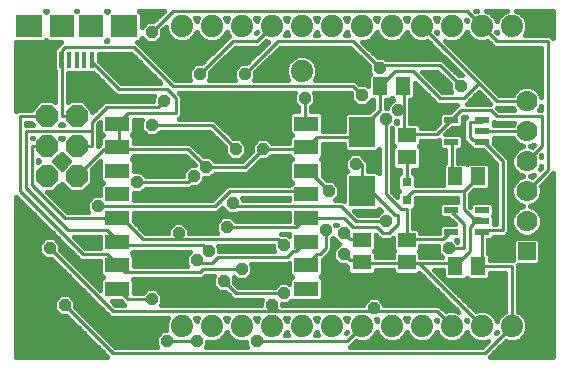
<source format=gbl>
G75*
G70*
%OFA0B0*%
%FSLAX24Y24*%
%IPPOS*%
%LPD*%
%AMOC8*
5,1,8,0,0,1.08239X$1,22.5*
%
%ADD10R,0.0472X0.0217*%
%ADD11R,0.0512X0.0591*%
%ADD12R,0.0866X0.1024*%
%ADD13R,0.0630X0.0512*%
%ADD14R,0.0315X0.0315*%
%ADD15R,0.0591X0.0512*%
%ADD16R,0.0157X0.0551*%
%ADD17R,0.0787X0.0748*%
%ADD18R,0.0866X0.0748*%
%ADD19R,0.0787X0.0512*%
%ADD20OC8,0.0740*%
%ADD21C,0.0740*%
%ADD22R,0.0594X0.0594*%
%ADD23C,0.0700*%
%ADD24C,0.0100*%
%ADD25OC8,0.0400*%
%ADD26C,0.0160*%
D10*
X015168Y004806D03*
X015168Y005554D03*
X016192Y005554D03*
X016192Y005180D03*
X016192Y004806D03*
X016192Y007806D03*
X016192Y008180D03*
X016192Y008554D03*
X015168Y008554D03*
X015168Y007806D03*
D11*
X015306Y006680D03*
X016054Y006680D03*
X016054Y003680D03*
X015306Y003680D03*
X013554Y009680D03*
X012806Y009680D03*
D12*
X012180Y008164D03*
X012180Y006196D03*
D13*
X013680Y007306D03*
X013680Y008054D03*
X012180Y004554D03*
X012180Y003806D03*
D14*
X013680Y005885D03*
X013680Y006475D03*
D15*
X013680Y004554D03*
X013680Y003806D03*
D16*
X003192Y010558D03*
X002936Y010558D03*
X002680Y010558D03*
X002424Y010558D03*
X002168Y010558D03*
D17*
X002188Y011680D03*
X003172Y011680D03*
D18*
X004255Y011680D03*
X001105Y011680D03*
D19*
X004030Y008436D03*
X004030Y007649D03*
X004030Y006861D03*
X004030Y006074D03*
X004030Y005286D03*
X004030Y004499D03*
X004030Y003711D03*
X004030Y002924D03*
X010330Y002924D03*
X010330Y003711D03*
X010330Y004499D03*
X010330Y005286D03*
X010330Y006074D03*
X010330Y006861D03*
X010330Y007649D03*
X010330Y008436D03*
D20*
X002680Y008680D03*
X001680Y008680D03*
X001680Y007680D03*
X002680Y007680D03*
X002680Y006680D03*
X001680Y006680D03*
D21*
X006180Y001680D03*
X007180Y001680D03*
X008180Y001680D03*
X009180Y001680D03*
X010180Y001680D03*
X011180Y001680D03*
X012180Y001680D03*
X013180Y001680D03*
X014180Y001680D03*
X015180Y001680D03*
X016180Y001680D03*
X017180Y001680D03*
X010180Y010180D03*
X010180Y011680D03*
X009180Y011680D03*
X008180Y011680D03*
X007180Y011680D03*
X006180Y011680D03*
X011180Y011680D03*
X012180Y011680D03*
X013180Y011680D03*
X014180Y011680D03*
X015180Y011680D03*
X016180Y011680D03*
X017180Y011680D03*
D22*
X017680Y004180D03*
D23*
X017680Y005180D03*
X017680Y006180D03*
X017680Y007180D03*
X017680Y008180D03*
X017680Y009180D03*
D24*
X016680Y009180D01*
X016080Y009780D01*
X015580Y009280D01*
X014780Y009280D01*
X013880Y010180D01*
X013280Y010180D01*
X012780Y009680D01*
X012806Y009680D01*
X012780Y009680D02*
X012780Y008880D01*
X012180Y008280D01*
X012180Y008164D01*
X012180Y008080D01*
X012080Y007980D01*
X010680Y007980D01*
X010380Y007680D01*
X010330Y007649D01*
X010280Y007580D01*
X008880Y007580D01*
X008280Y006980D01*
X006980Y006980D01*
X006380Y007580D01*
X004080Y007580D01*
X004030Y007649D01*
X004080Y007680D01*
X004080Y008380D01*
X004030Y008436D01*
X004080Y008480D01*
X004380Y008780D01*
X005980Y008780D01*
X005980Y009280D01*
X005680Y009580D01*
X004080Y009580D01*
X003180Y010480D01*
X003192Y010558D01*
X002280Y010980D02*
X002180Y010880D01*
X002180Y010580D01*
X002168Y010558D01*
X002180Y010480D01*
X002180Y008680D01*
X002680Y008680D01*
X003180Y008480D02*
X003180Y008180D01*
X000980Y008180D01*
X000980Y006280D01*
X002380Y004880D01*
X003680Y004880D01*
X003980Y004580D01*
X004030Y004499D01*
X004080Y004480D01*
X004180Y004380D01*
X006880Y004380D01*
X007080Y004180D01*
X007380Y003980D02*
X007180Y003780D01*
X006780Y003780D01*
X006680Y003880D01*
X006880Y003580D02*
X006780Y003480D01*
X004280Y003480D01*
X004080Y003680D01*
X004030Y003711D01*
X003980Y003780D01*
X003680Y004080D01*
X002880Y004080D01*
X000780Y006180D01*
X000780Y008680D01*
X001680Y008680D01*
X001680Y007680D02*
X001180Y007680D01*
X001180Y006380D01*
X002280Y005280D01*
X003980Y005280D01*
X004030Y005286D01*
X004080Y005280D01*
X004180Y005280D01*
X004880Y004580D01*
X006080Y004580D01*
X006080Y004780D01*
X006080Y004580D02*
X009380Y004580D01*
X009580Y004380D01*
X009880Y004180D02*
X009680Y003980D01*
X007380Y003980D01*
X006880Y003580D02*
X008180Y003580D01*
X007580Y003180D02*
X007980Y002780D01*
X009580Y002780D01*
X009180Y002380D02*
X009380Y002180D01*
X003880Y002180D01*
X001780Y004280D01*
X003380Y005680D02*
X007280Y005680D01*
X007780Y006180D01*
X010180Y006180D01*
X010280Y006080D01*
X010330Y006074D01*
X010480Y006780D02*
X011080Y006180D01*
X011480Y005680D02*
X011980Y005180D01*
X012980Y005180D01*
X012680Y004980D02*
X012880Y004780D01*
X013080Y004780D01*
X013380Y005080D01*
X013380Y005380D01*
X013280Y005380D01*
X012480Y006180D01*
X012180Y006180D01*
X012180Y006196D01*
X012180Y007080D01*
X011980Y007080D01*
X012980Y006080D02*
X012980Y008580D01*
X013380Y008880D02*
X013580Y008880D01*
X013580Y009680D01*
X013554Y009680D01*
X012780Y010280D02*
X012680Y010380D01*
X014780Y010380D01*
X015480Y009680D01*
X016080Y009780D02*
X014180Y011680D01*
X015680Y012180D02*
X016180Y011680D01*
X016680Y011180D01*
X018380Y011180D01*
X018380Y006880D01*
X017680Y006180D01*
X017680Y007180D02*
X018180Y007680D01*
X018180Y008680D01*
X016680Y008680D01*
X016480Y008880D01*
X015480Y008880D01*
X015180Y008580D01*
X015168Y008554D01*
X015080Y008480D01*
X014680Y008080D01*
X013680Y008080D01*
X013680Y008054D01*
X013680Y008080D02*
X013580Y008080D01*
X013580Y008880D01*
X012180Y009380D02*
X011880Y009680D01*
X005880Y009680D01*
X004580Y010980D01*
X002280Y010980D01*
X003680Y008980D02*
X003180Y008480D01*
X003180Y008180D02*
X003180Y007680D01*
X002680Y007680D01*
X003580Y007580D02*
X003980Y007580D01*
X004030Y007649D01*
X003580Y007580D02*
X002680Y006680D01*
X004680Y006480D02*
X006380Y006480D01*
X006580Y006680D01*
X007880Y005780D02*
X007980Y005680D01*
X011480Y005680D01*
X011580Y005280D02*
X011880Y004980D01*
X012680Y004980D01*
X012180Y004580D02*
X012180Y004554D01*
X012180Y004580D02*
X011780Y004580D01*
X011580Y004780D01*
X011580Y005280D02*
X010380Y005280D01*
X010330Y005286D01*
X010280Y005280D01*
X009980Y004980D01*
X007680Y004980D01*
X009880Y004180D02*
X009980Y004180D01*
X010280Y004480D01*
X010330Y004499D01*
X010680Y004080D02*
X010780Y004080D01*
X010980Y004280D01*
X010980Y004880D01*
X010680Y004080D02*
X010380Y003780D01*
X010330Y003711D01*
X011580Y004080D02*
X011780Y003880D01*
X012180Y003880D01*
X012180Y003806D01*
X012180Y003780D01*
X013680Y003780D01*
X013680Y003806D01*
X013680Y003780D02*
X014080Y003780D01*
X016180Y001680D01*
X016280Y000780D02*
X017180Y001680D01*
X017180Y003680D01*
X016180Y003680D01*
X016054Y003680D01*
X016180Y003680D02*
X016180Y004780D01*
X016192Y004806D01*
X016280Y004880D01*
X016880Y004880D01*
X016880Y007180D01*
X016280Y007780D01*
X016192Y007806D01*
X016180Y007880D01*
X015880Y007880D01*
X015780Y007980D01*
X015780Y008480D01*
X016180Y008480D01*
X016192Y008554D01*
X016192Y008180D02*
X017680Y008180D01*
X016080Y006680D02*
X016054Y006680D01*
X016080Y006680D02*
X015580Y006180D01*
X015580Y005580D01*
X015880Y005280D01*
X015880Y005080D01*
X015780Y004980D01*
X015780Y004180D01*
X015280Y003680D01*
X015306Y003680D01*
X015280Y003680D02*
X015180Y003780D01*
X014080Y003780D01*
X015080Y004280D02*
X015580Y004280D01*
X015580Y005080D01*
X015180Y005480D01*
X015168Y005554D01*
X015880Y005280D02*
X016080Y005280D01*
X016180Y005180D01*
X016192Y005180D01*
X015168Y004806D02*
X015080Y004780D01*
X014880Y004580D01*
X013680Y004580D01*
X013680Y004554D01*
X013680Y004580D02*
X013680Y005580D01*
X013480Y005580D01*
X012980Y006080D01*
X013680Y005980D02*
X013680Y005885D01*
X013680Y005980D02*
X013880Y006180D01*
X015580Y006180D01*
X015306Y006680D02*
X015180Y006680D01*
X015180Y007780D01*
X015168Y007806D01*
X013680Y007306D02*
X013680Y006475D01*
X010480Y006780D02*
X010380Y006780D01*
X010330Y006861D01*
X010330Y008436D02*
X010280Y008480D01*
X010280Y009280D01*
X009380Y011180D02*
X008280Y010080D01*
X007880Y011180D02*
X006780Y010080D01*
X005580Y009180D02*
X005380Y008980D01*
X003680Y008980D01*
X005180Y008380D02*
X007180Y008380D01*
X007980Y007580D01*
X011880Y011180D02*
X012680Y010380D01*
X011880Y011180D02*
X009380Y011180D01*
X009180Y011680D02*
X008680Y011180D01*
X007880Y011180D01*
X005880Y012180D02*
X015680Y012180D01*
X005880Y012180D02*
X005180Y011480D01*
X004030Y002924D02*
X004080Y002880D01*
X004380Y002580D01*
X005180Y002580D01*
X005680Y001180D02*
X006680Y001180D01*
X008680Y001180D02*
X011680Y001180D01*
X012180Y001680D01*
X012580Y002180D02*
X012580Y002280D01*
X012580Y002180D02*
X009380Y002180D01*
X012580Y002180D02*
X014680Y002180D01*
X015180Y001680D01*
X016280Y000780D02*
X003880Y000780D01*
X002280Y002380D01*
D25*
X002280Y002380D03*
X001780Y004280D03*
X003380Y005680D03*
X004680Y006480D03*
X006580Y006680D03*
X006980Y006980D03*
X007980Y007580D03*
X008880Y007580D03*
X010280Y009280D03*
X012180Y009380D03*
X012980Y008580D03*
X013380Y008880D03*
X012780Y010280D03*
X015480Y009680D03*
X011980Y007080D03*
X011080Y006180D03*
X010980Y004880D03*
X011580Y004780D03*
X011580Y004080D03*
X012980Y005180D03*
X015080Y004280D03*
X012580Y002280D03*
X009580Y002780D03*
X009180Y002380D03*
X008680Y001180D03*
X006680Y001180D03*
X005680Y001180D03*
X005180Y002580D03*
X006680Y003880D03*
X007080Y004180D03*
X006080Y004780D03*
X007680Y004980D03*
X007880Y005780D03*
X009580Y004380D03*
X008180Y003580D03*
X007580Y003180D03*
X005180Y008380D03*
X005580Y009180D03*
X006780Y010080D03*
X008280Y010080D03*
X005180Y011480D03*
D26*
X000660Y006003D02*
X000660Y000660D01*
X003703Y000660D01*
X003670Y000693D01*
X002343Y002020D01*
X002131Y002020D01*
X001920Y002231D01*
X001920Y002529D01*
X002131Y002740D01*
X002429Y002740D01*
X002640Y002529D01*
X002640Y002317D01*
X003967Y000990D01*
X005361Y000990D01*
X005320Y001031D01*
X005320Y001329D01*
X005531Y001540D01*
X005664Y001540D01*
X005650Y001575D01*
X005650Y001785D01*
X005726Y001970D01*
X003793Y001970D01*
X003670Y002093D01*
X001843Y003920D01*
X001631Y003920D01*
X001420Y004131D01*
X001420Y004429D01*
X001631Y004640D01*
X001929Y004640D01*
X002140Y004429D01*
X002140Y004217D01*
X003477Y002880D01*
X003477Y003246D01*
X003548Y003318D01*
X003477Y003389D01*
X003477Y003870D01*
X002793Y003870D01*
X000693Y005970D01*
X000660Y006003D01*
X000660Y005886D02*
X000777Y005886D01*
X000660Y005728D02*
X000936Y005728D01*
X001094Y005569D02*
X000660Y005569D01*
X000660Y005411D02*
X001253Y005411D01*
X001411Y005252D02*
X000660Y005252D01*
X000660Y005094D02*
X001570Y005094D01*
X001728Y004935D02*
X000660Y004935D01*
X000660Y004777D02*
X001887Y004777D01*
X001951Y004618D02*
X002045Y004618D01*
X002110Y004460D02*
X002204Y004460D01*
X002140Y004301D02*
X002362Y004301D01*
X002214Y004143D02*
X002521Y004143D01*
X002373Y003984D02*
X002679Y003984D01*
X002531Y003826D02*
X003477Y003826D01*
X003477Y003667D02*
X002690Y003667D01*
X002848Y003509D02*
X003477Y003509D01*
X003516Y003350D02*
X003007Y003350D01*
X003165Y003192D02*
X003477Y003192D01*
X003477Y003033D02*
X003324Y003033D01*
X003047Y002716D02*
X002453Y002716D01*
X002612Y002558D02*
X003206Y002558D01*
X003364Y002399D02*
X002640Y002399D01*
X002716Y002241D02*
X003523Y002241D01*
X003681Y002082D02*
X002875Y002082D01*
X003033Y001924D02*
X005707Y001924D01*
X005650Y001765D02*
X003192Y001765D01*
X003350Y001607D02*
X005650Y001607D01*
X005439Y001448D02*
X003509Y001448D01*
X003667Y001290D02*
X005320Y001290D01*
X005320Y001131D02*
X003826Y001131D01*
X003391Y000973D02*
X000660Y000973D01*
X000660Y000814D02*
X003549Y000814D01*
X003232Y001131D02*
X000660Y001131D01*
X000660Y001290D02*
X003074Y001290D01*
X002915Y001448D02*
X000660Y001448D01*
X000660Y001607D02*
X002757Y001607D01*
X002598Y001765D02*
X000660Y001765D01*
X000660Y001924D02*
X002440Y001924D01*
X002069Y002082D02*
X000660Y002082D01*
X000660Y002241D02*
X001920Y002241D01*
X001920Y002399D02*
X000660Y002399D01*
X000660Y002558D02*
X001948Y002558D01*
X002107Y002716D02*
X000660Y002716D01*
X000660Y002875D02*
X002889Y002875D01*
X002730Y003033D02*
X000660Y003033D01*
X000660Y003192D02*
X002572Y003192D01*
X002413Y003350D02*
X000660Y003350D01*
X000660Y003509D02*
X002255Y003509D01*
X002096Y003667D02*
X000660Y003667D01*
X000660Y003826D02*
X001938Y003826D01*
X001567Y003984D02*
X000660Y003984D01*
X000660Y004143D02*
X001420Y004143D01*
X001420Y004301D02*
X000660Y004301D01*
X000660Y004460D02*
X001450Y004460D01*
X001609Y004618D02*
X000660Y004618D01*
X002129Y005728D02*
X003020Y005728D01*
X003020Y005829D02*
X003020Y005531D01*
X003061Y005490D01*
X002367Y005490D01*
X001707Y006150D01*
X001900Y006150D01*
X002180Y006430D01*
X002460Y006150D01*
X002900Y006150D01*
X003210Y006460D01*
X003210Y006900D01*
X003203Y006906D01*
X003477Y007180D01*
X003477Y006539D01*
X003548Y006467D01*
X003477Y006396D01*
X003477Y006040D01*
X003231Y006040D01*
X003020Y005829D01*
X003077Y005886D02*
X001971Y005886D01*
X001812Y006045D02*
X003477Y006045D01*
X003477Y006203D02*
X002953Y006203D01*
X003111Y006362D02*
X003477Y006362D01*
X003496Y006520D02*
X003210Y006520D01*
X003210Y006679D02*
X003477Y006679D01*
X003477Y006837D02*
X003210Y006837D01*
X003292Y006996D02*
X003477Y006996D01*
X003477Y007154D02*
X003451Y007154D01*
X003390Y007687D02*
X003390Y008393D01*
X003477Y008480D01*
X003477Y008114D01*
X003548Y008042D01*
X003477Y007971D01*
X003477Y007774D01*
X003390Y007687D01*
X003390Y007788D02*
X003477Y007788D01*
X003477Y007947D02*
X003390Y007947D01*
X003390Y008105D02*
X003485Y008105D01*
X003477Y008264D02*
X003390Y008264D01*
X003419Y008422D02*
X003477Y008422D01*
X003210Y008807D02*
X003210Y008900D01*
X002900Y009210D01*
X002460Y009210D01*
X002390Y009140D01*
X002390Y010122D01*
X002569Y010122D01*
X003241Y010122D01*
X003870Y009493D01*
X003993Y009370D01*
X005261Y009370D01*
X005220Y009329D01*
X005220Y009190D01*
X003593Y009190D01*
X003210Y008807D01*
X003210Y008898D02*
X003301Y008898D01*
X003459Y009056D02*
X003054Y009056D01*
X002390Y009215D02*
X005220Y009215D01*
X005473Y009790D02*
X004167Y009790D01*
X003431Y010526D01*
X003431Y010770D01*
X004493Y010770D01*
X005473Y009790D01*
X005414Y009849D02*
X004108Y009849D01*
X003950Y010007D02*
X005256Y010007D01*
X005097Y010166D02*
X003791Y010166D01*
X003633Y010324D02*
X004939Y010324D01*
X004780Y010483D02*
X003474Y010483D01*
X003431Y010641D02*
X004622Y010641D01*
X004899Y010958D02*
X007361Y010958D01*
X007285Y011150D02*
X007480Y011231D01*
X007629Y011380D01*
X007680Y011502D01*
X007731Y011380D01*
X007757Y011354D01*
X007670Y011267D01*
X006843Y010440D01*
X006631Y010440D01*
X006420Y010229D01*
X006420Y009931D01*
X006461Y009890D01*
X005967Y009890D01*
X004790Y011067D01*
X004711Y011146D01*
X004754Y011146D01*
X004848Y011240D01*
X004848Y011303D01*
X005031Y011120D01*
X005329Y011120D01*
X005540Y011331D01*
X005540Y011543D01*
X005650Y011653D01*
X005650Y011575D01*
X005731Y011380D01*
X005880Y011231D01*
X006075Y011150D01*
X006285Y011150D01*
X006480Y011231D01*
X006629Y011380D01*
X006680Y011502D01*
X006731Y011380D01*
X006880Y011231D01*
X007075Y011150D01*
X007285Y011150D01*
X007520Y011117D02*
X004740Y011117D01*
X004848Y011275D02*
X004876Y011275D01*
X004848Y011657D02*
X004848Y012120D01*
X004772Y012196D01*
X005599Y012196D01*
X005243Y011840D01*
X005031Y011840D01*
X004848Y011657D01*
X004848Y011751D02*
X004941Y011751D01*
X004848Y011909D02*
X005312Y011909D01*
X005471Y012068D02*
X004848Y012068D01*
X005589Y011592D02*
X005650Y011592D01*
X005708Y011434D02*
X005540Y011434D01*
X005484Y011275D02*
X005835Y011275D01*
X006525Y011275D02*
X006835Y011275D01*
X006708Y011434D02*
X006652Y011434D01*
X006680Y011858D02*
X006726Y011970D01*
X006634Y011970D01*
X006680Y011858D01*
X006659Y011909D02*
X006701Y011909D01*
X007525Y011275D02*
X007678Y011275D01*
X007652Y011434D02*
X007708Y011434D01*
X007680Y011858D02*
X007726Y011970D01*
X007634Y011970D01*
X007680Y011858D01*
X007659Y011909D02*
X007701Y011909D01*
X008634Y011970D02*
X008680Y011858D01*
X008726Y011970D01*
X008634Y011970D01*
X008659Y011909D02*
X008701Y011909D01*
X008680Y011502D02*
X008662Y011459D01*
X008687Y011484D01*
X008680Y011502D01*
X008984Y011187D02*
X009059Y011156D01*
X008343Y010440D01*
X008131Y010440D01*
X007920Y010229D01*
X007920Y009931D01*
X007961Y009890D01*
X007099Y009890D01*
X007140Y009931D01*
X007140Y010143D01*
X007967Y010970D01*
X008767Y010970D01*
X008984Y011187D01*
X009020Y011117D02*
X008914Y011117D01*
X008861Y010958D02*
X007955Y010958D01*
X007797Y010800D02*
X008703Y010800D01*
X008544Y010641D02*
X007638Y010641D01*
X007480Y010483D02*
X008386Y010483D01*
X008015Y010324D02*
X007321Y010324D01*
X007163Y010166D02*
X007920Y010166D01*
X007920Y010007D02*
X007140Y010007D01*
X006886Y010483D02*
X005374Y010483D01*
X005216Y010641D02*
X007044Y010641D01*
X007203Y010800D02*
X005057Y010800D01*
X005533Y010324D02*
X006515Y010324D01*
X006420Y010166D02*
X005691Y010166D01*
X005850Y010007D02*
X006420Y010007D01*
X006087Y009470D02*
X009961Y009470D01*
X009920Y009429D01*
X009920Y009131D01*
X010070Y008981D01*
X010070Y008852D01*
X009870Y008852D01*
X009776Y008758D01*
X009776Y008114D01*
X009847Y008042D01*
X009776Y007971D01*
X009776Y007790D01*
X009179Y007790D01*
X009029Y007940D01*
X008731Y007940D01*
X008520Y007729D01*
X008520Y007517D01*
X008193Y007190D01*
X007279Y007190D01*
X007129Y007340D01*
X006917Y007340D01*
X006590Y007667D01*
X006467Y007790D01*
X004584Y007790D01*
X004584Y007971D01*
X004513Y008042D01*
X004584Y008114D01*
X004584Y008570D01*
X004861Y008570D01*
X004820Y008529D01*
X004820Y008231D01*
X005031Y008020D01*
X005329Y008020D01*
X005479Y008170D01*
X007093Y008170D01*
X007620Y007643D01*
X007620Y007431D01*
X007831Y007220D01*
X008129Y007220D01*
X008340Y007431D01*
X008340Y007729D01*
X008129Y007940D01*
X007917Y007940D01*
X007390Y008467D01*
X007267Y008590D01*
X006087Y008590D01*
X006190Y008693D01*
X006190Y009367D01*
X006087Y009470D01*
X006184Y009373D02*
X009920Y009373D01*
X009920Y009215D02*
X006190Y009215D01*
X006190Y009056D02*
X009995Y009056D01*
X010070Y008898D02*
X006190Y008898D01*
X006190Y008739D02*
X009776Y008739D01*
X009776Y008581D02*
X007276Y008581D01*
X007435Y008422D02*
X009776Y008422D01*
X009776Y008264D02*
X007593Y008264D01*
X007752Y008105D02*
X009785Y008105D01*
X009776Y007947D02*
X007910Y007947D01*
X008281Y007788D02*
X008579Y007788D01*
X008520Y007630D02*
X008340Y007630D01*
X008340Y007471D02*
X008474Y007471D01*
X008316Y007313D02*
X008222Y007313D01*
X007738Y007313D02*
X007157Y007313D01*
X006786Y007471D02*
X007620Y007471D01*
X007620Y007630D02*
X006627Y007630D01*
X006469Y007788D02*
X007475Y007788D01*
X007317Y007947D02*
X004584Y007947D01*
X004575Y008105D02*
X004946Y008105D01*
X004820Y008264D02*
X004584Y008264D01*
X004584Y008422D02*
X004820Y008422D01*
X005414Y008105D02*
X007158Y008105D01*
X006351Y007313D02*
X004570Y007313D01*
X004584Y007326D02*
X004584Y007370D01*
X006293Y007370D01*
X006620Y007043D01*
X006620Y007040D01*
X006431Y007040D01*
X006220Y006829D01*
X006220Y006690D01*
X004979Y006690D01*
X004829Y006840D01*
X004584Y006840D01*
X004584Y007183D01*
X004513Y007255D01*
X004584Y007326D01*
X004584Y007154D02*
X006509Y007154D01*
X006386Y006996D02*
X004584Y006996D01*
X004832Y006837D02*
X006228Y006837D01*
X006517Y006320D02*
X006729Y006320D01*
X006940Y006531D01*
X006940Y006620D01*
X007129Y006620D01*
X007279Y006770D01*
X008367Y006770D01*
X008490Y006893D01*
X008817Y007220D01*
X009029Y007220D01*
X009179Y007370D01*
X009776Y007370D01*
X009776Y007326D01*
X009847Y007255D01*
X009776Y007183D01*
X009776Y006539D01*
X009847Y006467D01*
X009776Y006396D01*
X009776Y006390D01*
X007693Y006390D01*
X007570Y006267D01*
X007193Y005890D01*
X004584Y005890D01*
X004584Y006120D01*
X004829Y006120D01*
X004979Y006270D01*
X006467Y006270D01*
X006517Y006320D01*
X006771Y006362D02*
X007665Y006362D01*
X007506Y006203D02*
X004912Y006203D01*
X004584Y006045D02*
X007348Y006045D01*
X007524Y005627D02*
X007731Y005420D01*
X008029Y005420D01*
X008079Y005470D01*
X009776Y005470D01*
X009776Y005190D01*
X007979Y005190D01*
X007829Y005340D01*
X007531Y005340D01*
X007320Y005129D01*
X007320Y004831D01*
X007361Y004790D01*
X006440Y004790D01*
X006440Y004929D01*
X006229Y005140D01*
X005931Y005140D01*
X005720Y004929D01*
X005720Y004790D01*
X004967Y004790D01*
X004584Y005173D01*
X004584Y005470D01*
X007367Y005470D01*
X007524Y005627D01*
X007466Y005569D02*
X007582Y005569D01*
X007443Y005252D02*
X004584Y005252D01*
X004584Y005411D02*
X009776Y005411D01*
X009776Y005252D02*
X007917Y005252D01*
X007320Y005094D02*
X006276Y005094D01*
X006434Y004935D02*
X007320Y004935D01*
X007399Y004370D02*
X009220Y004370D01*
X009220Y004231D01*
X009261Y004190D01*
X007467Y004190D01*
X007440Y004190D01*
X007440Y004329D01*
X007399Y004370D01*
X007440Y004301D02*
X009220Y004301D01*
X009517Y004740D02*
X009487Y004770D01*
X009776Y004770D01*
X009776Y004693D01*
X009729Y004740D01*
X009517Y004740D01*
X009776Y003779D02*
X009776Y003389D01*
X009847Y003318D01*
X009776Y003246D01*
X009776Y003093D01*
X009729Y003140D01*
X009431Y003140D01*
X009281Y002990D01*
X008067Y002990D01*
X007940Y003117D01*
X007940Y003311D01*
X008031Y003220D01*
X008329Y003220D01*
X008540Y003431D01*
X008540Y003729D01*
X008499Y003770D01*
X009767Y003770D01*
X009776Y003779D01*
X009776Y003667D02*
X008540Y003667D01*
X008540Y003509D02*
X009776Y003509D01*
X009815Y003350D02*
X008459Y003350D01*
X008024Y003033D02*
X009324Y003033D01*
X009776Y003192D02*
X007940Y003192D01*
X007643Y002820D02*
X007770Y002693D01*
X007893Y002570D01*
X008861Y002570D01*
X008820Y002529D01*
X008820Y002390D01*
X005499Y002390D01*
X005540Y002431D01*
X005540Y002729D01*
X005329Y002940D01*
X005031Y002940D01*
X004881Y002790D01*
X004584Y002790D01*
X004584Y003246D01*
X004560Y003270D01*
X006867Y003270D01*
X006967Y003370D01*
X007261Y003370D01*
X007220Y003329D01*
X007220Y003031D01*
X007431Y002820D01*
X007643Y002820D01*
X007747Y002716D02*
X005540Y002716D01*
X005540Y002558D02*
X008848Y002558D01*
X008820Y002399D02*
X005508Y002399D01*
X005395Y002875D02*
X007376Y002875D01*
X007220Y003033D02*
X004584Y003033D01*
X004584Y002875D02*
X004965Y002875D01*
X004584Y003192D02*
X007220Y003192D01*
X007241Y003350D02*
X006947Y003350D01*
X006361Y003690D02*
X004584Y003690D01*
X004584Y004034D01*
X004513Y004105D01*
X004577Y004170D01*
X006461Y004170D01*
X006320Y004029D01*
X006320Y003731D01*
X006361Y003690D01*
X006320Y003826D02*
X004584Y003826D01*
X004584Y003984D02*
X006320Y003984D01*
X006433Y004143D02*
X004550Y004143D01*
X004822Y004935D02*
X005726Y004935D01*
X005884Y005094D02*
X004663Y005094D01*
X003477Y004670D02*
X003477Y004290D01*
X002967Y004290D01*
X002587Y004670D01*
X003477Y004670D01*
X003477Y004618D02*
X002639Y004618D01*
X002797Y004460D02*
X003477Y004460D01*
X003477Y004301D02*
X002956Y004301D01*
X003020Y005569D02*
X002288Y005569D01*
X002407Y006203D02*
X001953Y006203D01*
X002111Y006362D02*
X002249Y006362D01*
X002180Y006930D02*
X001930Y007180D01*
X002180Y007430D01*
X002430Y007180D01*
X002180Y006930D01*
X002114Y006996D02*
X002246Y006996D01*
X002404Y007154D02*
X001956Y007154D01*
X002062Y007313D02*
X002298Y007313D01*
X002180Y007930D02*
X002220Y007970D01*
X002140Y007970D01*
X002180Y007930D01*
X002163Y007947D02*
X002197Y007947D01*
X002220Y008390D02*
X002140Y008390D01*
X002180Y008430D01*
X002220Y008390D01*
X002188Y008422D02*
X002172Y008422D01*
X001970Y009140D02*
X001900Y009210D01*
X001460Y009210D01*
X001150Y008900D01*
X001150Y008890D01*
X000693Y008890D01*
X000660Y008857D01*
X000660Y011146D01*
X001605Y011146D01*
X001666Y011208D01*
X001728Y011146D01*
X002149Y011146D01*
X002093Y011090D01*
X001970Y010967D01*
X001970Y010940D01*
X001929Y010900D01*
X001929Y010216D01*
X001970Y010176D01*
X001970Y009140D01*
X001970Y009215D02*
X000660Y009215D01*
X000660Y009373D02*
X001970Y009373D01*
X001970Y009532D02*
X000660Y009532D01*
X000660Y009690D02*
X001970Y009690D01*
X001970Y009849D02*
X000660Y009849D01*
X000660Y010007D02*
X001970Y010007D01*
X001970Y010166D02*
X000660Y010166D01*
X000660Y010324D02*
X001929Y010324D01*
X001929Y010483D02*
X000660Y010483D01*
X000660Y010641D02*
X001929Y010641D01*
X001929Y010800D02*
X000660Y010800D01*
X000660Y010958D02*
X001970Y010958D01*
X002120Y011117D02*
X000660Y011117D01*
X001666Y012152D02*
X001622Y012196D01*
X001710Y012196D01*
X001666Y012152D01*
X002666Y012196D02*
X002680Y012182D01*
X002694Y012196D01*
X002666Y012196D01*
X003650Y012196D02*
X003694Y012152D01*
X003738Y012196D01*
X003650Y012196D01*
X003694Y011208D02*
X003676Y011190D01*
X003711Y011190D01*
X003694Y011208D01*
X003356Y010007D02*
X002390Y010007D01*
X002390Y009849D02*
X003514Y009849D01*
X003673Y009690D02*
X002390Y009690D01*
X002390Y009532D02*
X003831Y009532D01*
X003990Y009373D02*
X002390Y009373D01*
X001306Y009056D02*
X000660Y009056D01*
X000660Y008898D02*
X001150Y008898D01*
X001150Y008470D02*
X001150Y008460D01*
X001220Y008390D01*
X000990Y008390D01*
X000990Y008470D01*
X001150Y008470D01*
X001188Y008422D02*
X000990Y008422D01*
X001190Y007970D02*
X001220Y007970D01*
X001190Y007940D01*
X001190Y007970D01*
X001190Y007947D02*
X001197Y007947D01*
X001390Y007220D02*
X001430Y007180D01*
X001390Y007140D01*
X001390Y007220D01*
X001390Y007154D02*
X001404Y007154D01*
X006929Y006520D02*
X009795Y006520D01*
X009776Y006679D02*
X007188Y006679D01*
X008199Y005970D02*
X009776Y005970D01*
X009776Y005890D01*
X008240Y005890D01*
X008240Y005929D01*
X008199Y005970D01*
X008434Y006837D02*
X009776Y006837D01*
X009776Y006996D02*
X008592Y006996D01*
X008751Y007154D02*
X009776Y007154D01*
X009790Y007313D02*
X009122Y007313D01*
X010812Y007255D02*
X010883Y007326D01*
X010883Y007770D01*
X011587Y007770D01*
X011587Y007586D01*
X011681Y007492D01*
X012679Y007492D01*
X012770Y007583D01*
X012770Y006777D01*
X012679Y006868D01*
X012390Y006868D01*
X012390Y007167D01*
X012340Y007217D01*
X012340Y007229D01*
X012129Y007440D01*
X011831Y007440D01*
X011620Y007229D01*
X011620Y006931D01*
X011683Y006868D01*
X011681Y006868D01*
X011587Y006774D01*
X011587Y005870D01*
X011567Y005890D01*
X011299Y005890D01*
X011440Y006031D01*
X011440Y006329D01*
X011229Y006540D01*
X011017Y006540D01*
X010883Y006674D01*
X010883Y007183D01*
X010812Y007255D01*
X010869Y007313D02*
X011703Y007313D01*
X011620Y007154D02*
X010883Y007154D01*
X010883Y006996D02*
X011620Y006996D01*
X011650Y006837D02*
X010883Y006837D01*
X010883Y006679D02*
X011587Y006679D01*
X011587Y006520D02*
X011249Y006520D01*
X011408Y006362D02*
X011587Y006362D01*
X011587Y006203D02*
X011440Y006203D01*
X011440Y006045D02*
X011587Y006045D01*
X011571Y005886D02*
X011587Y005886D01*
X011933Y005524D02*
X012679Y005524D01*
X012759Y005604D01*
X012827Y005536D01*
X012681Y005390D01*
X012067Y005390D01*
X011933Y005524D01*
X012046Y005411D02*
X012701Y005411D01*
X012724Y005569D02*
X012794Y005569D01*
X013363Y005994D02*
X013190Y006167D01*
X013190Y008281D01*
X013205Y008296D01*
X013205Y007732D01*
X013257Y007680D01*
X013205Y007628D01*
X013205Y006984D01*
X013299Y006890D01*
X013470Y006890D01*
X013470Y006793D01*
X013456Y006793D01*
X013363Y006699D01*
X013363Y006252D01*
X013434Y006180D01*
X013363Y006108D01*
X013363Y005994D01*
X013363Y006045D02*
X013312Y006045D01*
X013411Y006203D02*
X013190Y006203D01*
X013190Y006362D02*
X013363Y006362D01*
X013363Y006520D02*
X013190Y006520D01*
X013190Y006679D02*
X013363Y006679D01*
X013470Y006837D02*
X013190Y006837D01*
X013190Y006996D02*
X013205Y006996D01*
X013190Y007154D02*
X013205Y007154D01*
X013190Y007313D02*
X013205Y007313D01*
X013190Y007471D02*
X013205Y007471D01*
X013190Y007630D02*
X013206Y007630D01*
X013190Y007788D02*
X013205Y007788D01*
X013190Y007947D02*
X013205Y007947D01*
X013190Y008105D02*
X013205Y008105D01*
X013190Y008264D02*
X013205Y008264D01*
X013340Y008470D02*
X013340Y008520D01*
X013370Y008520D01*
X013370Y008470D01*
X013340Y008470D01*
X013790Y008470D02*
X013790Y009225D01*
X013876Y009225D01*
X013970Y009318D01*
X013970Y009793D01*
X014693Y009070D01*
X015373Y009070D01*
X015125Y008822D01*
X014866Y008822D01*
X014772Y008729D01*
X014772Y008469D01*
X014593Y008290D01*
X014155Y008290D01*
X014155Y008376D01*
X014061Y008470D01*
X013790Y008470D01*
X013790Y008581D02*
X014772Y008581D01*
X014782Y008739D02*
X013790Y008739D01*
X013790Y008898D02*
X015201Y008898D01*
X015359Y009056D02*
X013790Y009056D01*
X013790Y009215D02*
X014549Y009215D01*
X014390Y009373D02*
X013970Y009373D01*
X013970Y009532D02*
X014231Y009532D01*
X014073Y009690D02*
X013970Y009690D01*
X014350Y010007D02*
X014856Y010007D01*
X015014Y009849D02*
X014508Y009849D01*
X014667Y009690D02*
X015120Y009690D01*
X015120Y009743D02*
X015120Y009531D01*
X015161Y009490D01*
X014867Y009490D01*
X014187Y010170D01*
X014693Y010170D01*
X015120Y009743D01*
X015120Y009532D02*
X014825Y009532D01*
X015417Y010040D02*
X014990Y010467D01*
X014867Y010590D01*
X012979Y010590D01*
X012929Y010640D01*
X012717Y010640D01*
X012207Y011150D01*
X012285Y011150D01*
X012480Y011231D01*
X012629Y011380D01*
X012680Y011502D01*
X012731Y011380D01*
X012880Y011231D01*
X013075Y011150D01*
X013285Y011150D01*
X013480Y011231D01*
X013629Y011380D01*
X013680Y011502D01*
X013731Y011380D01*
X013880Y011231D01*
X014075Y011150D01*
X014285Y011150D01*
X014376Y011187D01*
X015523Y010040D01*
X015417Y010040D01*
X015398Y010166D02*
X015291Y010166D01*
X015239Y010324D02*
X015133Y010324D01*
X015080Y010483D02*
X014974Y010483D01*
X014922Y010641D02*
X012716Y010641D01*
X012557Y010800D02*
X014763Y010800D01*
X014605Y010958D02*
X012399Y010958D01*
X012240Y011117D02*
X014446Y011117D01*
X014698Y011459D02*
X014673Y011484D01*
X014680Y011502D01*
X014698Y011459D01*
X014959Y011198D02*
X015075Y011150D01*
X015285Y011150D01*
X015480Y011231D01*
X015629Y011380D01*
X015680Y011502D01*
X015731Y011380D01*
X015880Y011231D01*
X016075Y011150D01*
X016285Y011150D01*
X016376Y011187D01*
X016593Y010970D01*
X018170Y010970D01*
X018170Y009330D01*
X018112Y009469D01*
X017969Y009612D01*
X017781Y009690D01*
X017579Y009690D01*
X017391Y009612D01*
X017248Y009469D01*
X017215Y009390D01*
X016767Y009390D01*
X016290Y009867D01*
X014959Y011198D01*
X015040Y011117D02*
X016446Y011117D01*
X016698Y011459D02*
X016673Y011484D01*
X016680Y011502D01*
X016698Y011459D01*
X016680Y011858D02*
X016629Y011980D01*
X016480Y012129D01*
X016319Y012196D01*
X017041Y012196D01*
X016880Y012129D01*
X016731Y011980D01*
X016680Y011858D01*
X016659Y011909D02*
X016701Y011909D01*
X016818Y012068D02*
X016542Y012068D01*
X016041Y012196D02*
X015961Y012196D01*
X015984Y012173D01*
X016041Y012196D01*
X015687Y011876D02*
X015680Y011858D01*
X015662Y011901D01*
X015687Y011876D01*
X015708Y011434D02*
X015652Y011434D01*
X015525Y011275D02*
X015835Y011275D01*
X015199Y010958D02*
X018170Y010958D01*
X018170Y010800D02*
X015357Y010800D01*
X015516Y010641D02*
X018170Y010641D01*
X018170Y010483D02*
X015674Y010483D01*
X015833Y010324D02*
X018170Y010324D01*
X018170Y010166D02*
X015991Y010166D01*
X016150Y010007D02*
X018170Y010007D01*
X018170Y009849D02*
X016308Y009849D01*
X016467Y009690D02*
X018170Y009690D01*
X018170Y009532D02*
X018050Y009532D01*
X018152Y009373D02*
X018170Y009373D01*
X018170Y009030D02*
X018170Y008890D01*
X018111Y008890D01*
X018112Y008891D01*
X018170Y009030D01*
X018170Y008898D02*
X018115Y008898D01*
X017249Y008890D02*
X016767Y008890D01*
X016690Y008967D01*
X016687Y008970D01*
X017215Y008970D01*
X017248Y008891D01*
X017249Y008890D01*
X017245Y008898D02*
X016759Y008898D01*
X016473Y009090D02*
X015687Y009090D01*
X015790Y009193D01*
X016080Y009483D01*
X016470Y009093D01*
X016473Y009090D01*
X016349Y009215D02*
X015811Y009215D01*
X015970Y009373D02*
X016190Y009373D01*
X016625Y009532D02*
X017310Y009532D01*
X017249Y008470D02*
X016593Y008470D01*
X016588Y008475D01*
X016588Y008390D01*
X017215Y008390D01*
X017248Y008469D01*
X017249Y008470D01*
X017228Y008422D02*
X016588Y008422D01*
X016588Y007970D02*
X017215Y007970D01*
X017248Y007891D01*
X017391Y007748D01*
X017554Y007680D01*
X017391Y007612D01*
X017248Y007469D01*
X017170Y007281D01*
X017170Y007079D01*
X017248Y006891D01*
X017391Y006748D01*
X017554Y006680D01*
X017391Y006612D01*
X017248Y006469D01*
X017170Y006281D01*
X017170Y006079D01*
X017248Y005891D01*
X017391Y005748D01*
X017554Y005680D01*
X017391Y005612D01*
X017248Y005469D01*
X017170Y005281D01*
X017170Y005079D01*
X017248Y004891D01*
X017391Y004748D01*
X017579Y004670D01*
X017781Y004670D01*
X017969Y004748D01*
X018112Y004891D01*
X018190Y005079D01*
X018190Y005281D01*
X018112Y005469D01*
X017969Y005612D01*
X017806Y005680D01*
X017969Y005748D01*
X018112Y005891D01*
X018190Y006079D01*
X018190Y006281D01*
X018157Y006360D01*
X018467Y006670D01*
X018570Y006773D01*
X018570Y000660D01*
X016457Y000660D01*
X016984Y001187D01*
X017075Y001150D01*
X017285Y001150D01*
X017480Y001231D01*
X017629Y001380D01*
X017710Y001575D01*
X017710Y001785D01*
X017629Y001980D01*
X017480Y002129D01*
X017390Y002167D01*
X017390Y003723D01*
X018043Y003723D01*
X018137Y003817D01*
X018137Y004543D01*
X018043Y004637D01*
X017317Y004637D01*
X017223Y004543D01*
X017223Y003890D01*
X016470Y003890D01*
X016470Y004042D01*
X016390Y004121D01*
X016390Y004538D01*
X016494Y004538D01*
X016588Y004631D01*
X016588Y004670D01*
X016967Y004670D01*
X017090Y004793D01*
X017090Y007267D01*
X016967Y007390D01*
X016588Y007769D01*
X016588Y007970D01*
X016588Y007947D02*
X017225Y007947D01*
X017351Y007788D02*
X016588Y007788D01*
X016727Y007630D02*
X017433Y007630D01*
X017250Y007471D02*
X016886Y007471D01*
X017044Y007313D02*
X017183Y007313D01*
X017170Y007154D02*
X017090Y007154D01*
X017090Y006996D02*
X017204Y006996D01*
X017302Y006837D02*
X017090Y006837D01*
X017090Y006679D02*
X017551Y006679D01*
X017806Y006680D02*
X017860Y006657D01*
X017938Y006735D01*
X017806Y006680D01*
X017809Y006679D02*
X017882Y006679D01*
X018125Y006922D02*
X018170Y006967D01*
X018170Y007030D01*
X018125Y006922D01*
X018156Y006996D02*
X018170Y006996D01*
X018475Y006679D02*
X018570Y006679D01*
X018570Y006520D02*
X018317Y006520D01*
X018158Y006362D02*
X018570Y006362D01*
X018570Y006203D02*
X018190Y006203D01*
X018176Y006045D02*
X018570Y006045D01*
X018570Y005886D02*
X018107Y005886D01*
X017920Y005728D02*
X018570Y005728D01*
X018570Y005569D02*
X018012Y005569D01*
X018137Y005411D02*
X018570Y005411D01*
X018570Y005252D02*
X018190Y005252D01*
X018190Y005094D02*
X018570Y005094D01*
X018570Y004935D02*
X018131Y004935D01*
X017998Y004777D02*
X018570Y004777D01*
X018570Y004618D02*
X018062Y004618D01*
X018137Y004460D02*
X018570Y004460D01*
X018570Y004301D02*
X018137Y004301D01*
X018137Y004143D02*
X018570Y004143D01*
X018570Y003984D02*
X018137Y003984D01*
X018137Y003826D02*
X018570Y003826D01*
X018570Y003667D02*
X017390Y003667D01*
X017390Y003509D02*
X018570Y003509D01*
X018570Y003350D02*
X017390Y003350D01*
X017390Y003192D02*
X018570Y003192D01*
X018570Y003033D02*
X017390Y003033D01*
X017390Y002875D02*
X018570Y002875D01*
X018570Y002716D02*
X017390Y002716D01*
X017390Y002558D02*
X018570Y002558D01*
X018570Y002399D02*
X017390Y002399D01*
X017390Y002241D02*
X018570Y002241D01*
X018570Y002082D02*
X017528Y002082D01*
X017653Y001924D02*
X018570Y001924D01*
X018570Y001765D02*
X017710Y001765D01*
X017710Y001607D02*
X018570Y001607D01*
X018570Y001448D02*
X017658Y001448D01*
X017539Y001290D02*
X018570Y001290D01*
X018570Y001131D02*
X016928Y001131D01*
X016769Y000973D02*
X018570Y000973D01*
X018570Y000814D02*
X016611Y000814D01*
X016401Y001198D02*
X016193Y000990D01*
X011787Y000990D01*
X011984Y001187D01*
X012075Y001150D01*
X012285Y001150D01*
X012480Y001231D01*
X012629Y001380D01*
X012680Y001502D01*
X012731Y001380D01*
X012880Y001231D01*
X013075Y001150D01*
X013285Y001150D01*
X013480Y001231D01*
X013629Y001380D01*
X013680Y001502D01*
X013731Y001380D01*
X013880Y001231D01*
X014075Y001150D01*
X014285Y001150D01*
X014480Y001231D01*
X014629Y001380D01*
X014680Y001502D01*
X014731Y001380D01*
X014880Y001231D01*
X015075Y001150D01*
X015285Y001150D01*
X015480Y001231D01*
X015629Y001380D01*
X015680Y001502D01*
X015731Y001380D01*
X015880Y001231D01*
X016075Y001150D01*
X016285Y001150D01*
X016401Y001198D01*
X016334Y001131D02*
X011928Y001131D01*
X011662Y001459D02*
X011680Y001502D01*
X011687Y001484D01*
X011662Y001459D01*
X011680Y001858D02*
X011726Y001970D01*
X011634Y001970D01*
X011680Y001858D01*
X011653Y001924D02*
X011707Y001924D01*
X012220Y002390D02*
X009540Y002390D01*
X009540Y002420D01*
X009729Y002420D01*
X009843Y002534D01*
X009870Y002508D01*
X010790Y002508D01*
X010883Y002602D01*
X010883Y003246D01*
X010812Y003318D01*
X010883Y003389D01*
X010883Y003886D01*
X011067Y004070D01*
X011190Y004193D01*
X011190Y004581D01*
X011230Y004621D01*
X011421Y004430D01*
X011220Y004229D01*
X011220Y003931D01*
X011431Y003720D01*
X011643Y003720D01*
X011693Y003670D01*
X011705Y003670D01*
X011705Y003484D01*
X011799Y003390D01*
X012561Y003390D01*
X012655Y003484D01*
X012655Y003570D01*
X013225Y003570D01*
X013225Y003484D01*
X013318Y003390D01*
X014042Y003390D01*
X014107Y003456D01*
X015401Y002162D01*
X015285Y002210D01*
X015075Y002210D01*
X014984Y002173D01*
X014767Y002390D01*
X012940Y002390D01*
X012940Y002429D01*
X012729Y002640D01*
X012431Y002640D01*
X012220Y002429D01*
X012220Y002390D01*
X012220Y002399D02*
X009540Y002399D01*
X009634Y001970D02*
X009726Y001970D01*
X009680Y001858D01*
X009634Y001970D01*
X009653Y001924D02*
X009707Y001924D01*
X009680Y001502D02*
X009634Y001390D01*
X009726Y001390D01*
X009680Y001502D01*
X009658Y001448D02*
X009702Y001448D01*
X010634Y001390D02*
X010680Y001502D01*
X010726Y001390D01*
X010634Y001390D01*
X010658Y001448D02*
X010702Y001448D01*
X010680Y001858D02*
X010726Y001970D01*
X010634Y001970D01*
X010680Y001858D01*
X010653Y001924D02*
X010707Y001924D01*
X010839Y002558D02*
X012348Y002558D01*
X012812Y002558D02*
X015006Y002558D01*
X014847Y002716D02*
X010883Y002716D01*
X010883Y002875D02*
X014689Y002875D01*
X014530Y003033D02*
X010883Y003033D01*
X010883Y003192D02*
X014372Y003192D01*
X014213Y003350D02*
X010844Y003350D01*
X010883Y003509D02*
X011705Y003509D01*
X011705Y003667D02*
X010883Y003667D01*
X010883Y003826D02*
X011325Y003826D01*
X011220Y003984D02*
X010981Y003984D01*
X011139Y004143D02*
X011220Y004143D01*
X011190Y004301D02*
X011292Y004301D01*
X011391Y004460D02*
X011190Y004460D01*
X011227Y004618D02*
X011233Y004618D01*
X011330Y005039D02*
X011299Y005070D01*
X011361Y005070D01*
X011330Y005039D01*
X012655Y004708D02*
X012655Y004232D01*
X012603Y004180D01*
X012655Y004128D01*
X012655Y003990D01*
X013225Y003990D01*
X013225Y004128D01*
X013277Y004180D01*
X013225Y004232D01*
X013225Y004628D01*
X013167Y004570D01*
X012793Y004570D01*
X012670Y004693D01*
X012655Y004708D01*
X012655Y004618D02*
X012745Y004618D01*
X012655Y004460D02*
X013225Y004460D01*
X013215Y004618D02*
X013225Y004618D01*
X013225Y004301D02*
X012655Y004301D01*
X012641Y004143D02*
X013239Y004143D01*
X013225Y003509D02*
X012655Y003509D01*
X014083Y004180D02*
X014135Y004232D01*
X014135Y004370D01*
X014720Y004370D01*
X014720Y004131D01*
X014861Y003990D01*
X014135Y003990D01*
X014135Y004128D01*
X014083Y004180D01*
X014121Y004143D02*
X014720Y004143D01*
X014720Y004301D02*
X014135Y004301D01*
X014135Y004790D02*
X014135Y004876D01*
X014042Y004970D01*
X013890Y004970D01*
X013890Y005567D01*
X013904Y005567D01*
X013997Y005661D01*
X013997Y005970D01*
X015370Y005970D01*
X015370Y005822D01*
X014866Y005822D01*
X014772Y005729D01*
X014772Y005379D01*
X014866Y005286D01*
X015077Y005286D01*
X015289Y005074D01*
X014866Y005074D01*
X014772Y004981D01*
X014772Y004790D01*
X014135Y004790D01*
X014076Y004935D02*
X014772Y004935D01*
X015111Y005252D02*
X013890Y005252D01*
X013890Y005094D02*
X015270Y005094D01*
X014772Y005411D02*
X013890Y005411D01*
X013906Y005569D02*
X014772Y005569D01*
X014772Y005728D02*
X013997Y005728D01*
X013997Y005886D02*
X015370Y005886D01*
X015790Y005886D02*
X016670Y005886D01*
X016670Y005728D02*
X016588Y005728D01*
X016588Y005729D02*
X016494Y005822D01*
X015889Y005822D01*
X015796Y005729D01*
X015796Y005661D01*
X015790Y005667D01*
X015790Y006093D01*
X015922Y006225D01*
X016376Y006225D01*
X016470Y006318D01*
X016470Y007042D01*
X016376Y007135D01*
X015732Y007135D01*
X015680Y007083D01*
X015628Y007135D01*
X015390Y007135D01*
X015390Y007538D01*
X015471Y007538D01*
X015564Y007631D01*
X015564Y007981D01*
X015471Y008074D01*
X014971Y008074D01*
X015183Y008286D01*
X015471Y008286D01*
X015564Y008379D01*
X015564Y008667D01*
X015567Y008670D01*
X015673Y008670D01*
X015570Y008567D01*
X015570Y007893D01*
X015693Y007770D01*
X015793Y007670D01*
X015796Y007670D01*
X015796Y007631D01*
X015889Y007538D01*
X016225Y007538D01*
X016670Y007093D01*
X016670Y005090D01*
X016588Y005090D01*
X016588Y005355D01*
X016576Y005367D01*
X016588Y005379D01*
X016588Y005729D01*
X016588Y005569D02*
X016670Y005569D01*
X016670Y005411D02*
X016588Y005411D01*
X016588Y005252D02*
X016670Y005252D01*
X016670Y005094D02*
X016588Y005094D01*
X017090Y005094D02*
X017170Y005094D01*
X017170Y005252D02*
X017090Y005252D01*
X017090Y005411D02*
X017223Y005411D01*
X017348Y005569D02*
X017090Y005569D01*
X017090Y005728D02*
X017440Y005728D01*
X017253Y005886D02*
X017090Y005886D01*
X017090Y006045D02*
X017184Y006045D01*
X017170Y006203D02*
X017090Y006203D01*
X017090Y006362D02*
X017203Y006362D01*
X017299Y006520D02*
X017090Y006520D01*
X016670Y006520D02*
X016470Y006520D01*
X016470Y006362D02*
X016670Y006362D01*
X016670Y006203D02*
X015900Y006203D01*
X015790Y006045D02*
X016670Y006045D01*
X016670Y006679D02*
X016470Y006679D01*
X016470Y006837D02*
X016670Y006837D01*
X016670Y006996D02*
X016470Y006996D01*
X016609Y007154D02*
X015390Y007154D01*
X015390Y007313D02*
X016451Y007313D01*
X016292Y007471D02*
X015390Y007471D01*
X015562Y007630D02*
X015798Y007630D01*
X015675Y007788D02*
X015564Y007788D01*
X015564Y007947D02*
X015570Y007947D01*
X015570Y008105D02*
X015002Y008105D01*
X015160Y008264D02*
X015570Y008264D01*
X015564Y008422D02*
X015570Y008422D01*
X015564Y008581D02*
X015584Y008581D01*
X014725Y008422D02*
X014109Y008422D01*
X014155Y007870D02*
X014767Y007870D01*
X014772Y007875D01*
X014772Y007631D01*
X014866Y007538D01*
X014970Y007538D01*
X014970Y007121D01*
X014890Y007042D01*
X014890Y006390D01*
X013997Y006390D01*
X013997Y006699D01*
X013904Y006793D01*
X013890Y006793D01*
X013890Y006890D01*
X014061Y006890D01*
X014155Y006984D01*
X014155Y007628D01*
X014103Y007680D01*
X014155Y007732D01*
X014155Y007870D01*
X014155Y007788D02*
X014772Y007788D01*
X014774Y007630D02*
X014154Y007630D01*
X014155Y007471D02*
X014970Y007471D01*
X014970Y007313D02*
X014155Y007313D01*
X014155Y007154D02*
X014970Y007154D01*
X014890Y006996D02*
X014155Y006996D01*
X013890Y006837D02*
X014890Y006837D01*
X014890Y006679D02*
X013997Y006679D01*
X013997Y006520D02*
X014890Y006520D01*
X015790Y005728D02*
X015796Y005728D01*
X017090Y004935D02*
X017229Y004935D01*
X017362Y004777D02*
X017073Y004777D01*
X017298Y004618D02*
X016575Y004618D01*
X016390Y004460D02*
X017223Y004460D01*
X017223Y004301D02*
X016390Y004301D01*
X016390Y004143D02*
X017223Y004143D01*
X017223Y003984D02*
X016470Y003984D01*
X016470Y003470D02*
X016970Y003470D01*
X016970Y002167D01*
X016880Y002129D01*
X016731Y001980D01*
X016680Y001858D01*
X016629Y001980D01*
X016480Y002129D01*
X016285Y002210D01*
X016075Y002210D01*
X015984Y002173D01*
X014587Y003570D01*
X014890Y003570D01*
X014890Y003318D01*
X014984Y003225D01*
X015628Y003225D01*
X015680Y003277D01*
X015732Y003225D01*
X016376Y003225D01*
X016470Y003318D01*
X016470Y003470D01*
X016470Y003350D02*
X016970Y003350D01*
X016970Y003192D02*
X014965Y003192D01*
X014890Y003350D02*
X014807Y003350D01*
X014890Y003509D02*
X014648Y003509D01*
X015124Y003033D02*
X016970Y003033D01*
X016970Y002875D02*
X015282Y002875D01*
X015441Y002716D02*
X016970Y002716D01*
X016970Y002558D02*
X015599Y002558D01*
X015758Y002399D02*
X016970Y002399D01*
X016970Y002241D02*
X015916Y002241D01*
X015662Y001901D02*
X015687Y001876D01*
X015680Y001858D01*
X015662Y001901D01*
X015323Y002241D02*
X014916Y002241D01*
X015164Y002399D02*
X012940Y002399D01*
X012706Y001920D02*
X012680Y001858D01*
X012654Y001920D01*
X012706Y001920D01*
X012702Y001448D02*
X012658Y001448D01*
X012539Y001290D02*
X012821Y001290D01*
X013539Y001290D02*
X013821Y001290D01*
X013702Y001448D02*
X013658Y001448D01*
X013680Y001858D02*
X013726Y001970D01*
X013634Y001970D01*
X013680Y001858D01*
X013653Y001924D02*
X013707Y001924D01*
X014662Y001901D02*
X014687Y001876D01*
X014680Y001858D01*
X014662Y001901D01*
X014658Y001448D02*
X014702Y001448D01*
X014821Y001290D02*
X014539Y001290D01*
X015539Y001290D02*
X015821Y001290D01*
X015702Y001448D02*
X015658Y001448D01*
X016528Y002082D02*
X016832Y002082D01*
X016707Y001924D02*
X016653Y001924D01*
X016680Y001502D02*
X016662Y001459D01*
X016687Y001484D01*
X016680Y001502D01*
X015370Y004499D02*
X015331Y004538D01*
X015370Y004538D01*
X015370Y004499D01*
X012770Y006837D02*
X012710Y006837D01*
X012770Y006996D02*
X012390Y006996D01*
X012390Y007154D02*
X012770Y007154D01*
X012770Y007313D02*
X012257Y007313D01*
X012770Y007471D02*
X010883Y007471D01*
X010883Y007630D02*
X011587Y007630D01*
X011587Y008190D02*
X010883Y008190D01*
X010883Y008758D01*
X010790Y008852D01*
X010490Y008852D01*
X010490Y008981D01*
X010640Y009131D01*
X010640Y009429D01*
X010599Y009470D01*
X011793Y009470D01*
X011820Y009443D01*
X011820Y009231D01*
X012031Y009020D01*
X012329Y009020D01*
X012534Y009225D01*
X012570Y009225D01*
X012570Y008967D01*
X012439Y008836D01*
X011681Y008836D01*
X011587Y008742D01*
X011587Y008190D01*
X011587Y008264D02*
X010883Y008264D01*
X010883Y008422D02*
X011587Y008422D01*
X011587Y008581D02*
X010883Y008581D01*
X010883Y008739D02*
X011587Y008739D01*
X011995Y009056D02*
X010565Y009056D01*
X010490Y008898D02*
X012501Y008898D01*
X012570Y009056D02*
X012365Y009056D01*
X012524Y009215D02*
X012570Y009215D01*
X012990Y009215D02*
X013205Y009215D01*
X013224Y009233D02*
X013020Y009029D01*
X013020Y008940D01*
X012990Y008940D01*
X012990Y008967D01*
X012990Y009225D01*
X013128Y009225D01*
X013180Y009277D01*
X013224Y009233D01*
X013047Y009056D02*
X012990Y009056D01*
X012390Y009679D02*
X012329Y009740D01*
X012117Y009740D01*
X012090Y009767D01*
X011967Y009890D01*
X010634Y009890D01*
X010710Y010075D01*
X010710Y010285D01*
X010629Y010480D01*
X010480Y010629D01*
X010285Y010710D01*
X010075Y010710D01*
X009880Y010629D01*
X009731Y010480D01*
X009650Y010285D01*
X009650Y010075D01*
X009726Y009890D01*
X008599Y009890D01*
X008640Y009931D01*
X008640Y010143D01*
X009467Y010970D01*
X011793Y010970D01*
X012420Y010343D01*
X012420Y010131D01*
X012450Y010101D01*
X012390Y010042D01*
X012390Y009679D01*
X012390Y009690D02*
X012379Y009690D01*
X012390Y009849D02*
X012008Y009849D01*
X012390Y010007D02*
X010682Y010007D01*
X010710Y010166D02*
X012420Y010166D01*
X012420Y010324D02*
X010694Y010324D01*
X010627Y010483D02*
X012280Y010483D01*
X012122Y010641D02*
X010452Y010641D01*
X009908Y010641D02*
X009138Y010641D01*
X008980Y010483D02*
X009733Y010483D01*
X009666Y010324D02*
X008821Y010324D01*
X008663Y010166D02*
X009650Y010166D01*
X009678Y010007D02*
X008640Y010007D01*
X009297Y010800D02*
X011963Y010800D01*
X011805Y010958D02*
X009455Y010958D01*
X009634Y011390D02*
X009680Y011502D01*
X009726Y011390D01*
X009634Y011390D01*
X009652Y011434D02*
X009708Y011434D01*
X009680Y011858D02*
X009726Y011970D01*
X009634Y011970D01*
X009680Y011858D01*
X009659Y011909D02*
X009701Y011909D01*
X010634Y011970D02*
X010726Y011970D01*
X010680Y011858D01*
X010634Y011970D01*
X010659Y011909D02*
X010701Y011909D01*
X010680Y011502D02*
X010634Y011390D01*
X010726Y011390D01*
X010680Y011502D01*
X010652Y011434D02*
X010708Y011434D01*
X011634Y011390D02*
X011680Y011502D01*
X011726Y011390D01*
X011634Y011390D01*
X011652Y011434D02*
X011708Y011434D01*
X011680Y011858D02*
X011726Y011970D01*
X011634Y011970D01*
X011680Y011858D01*
X011659Y011909D02*
X011701Y011909D01*
X012525Y011275D02*
X012835Y011275D01*
X012708Y011434D02*
X012652Y011434D01*
X012680Y011858D02*
X012726Y011970D01*
X012634Y011970D01*
X012680Y011858D01*
X012659Y011909D02*
X012701Y011909D01*
X013525Y011275D02*
X013835Y011275D01*
X013708Y011434D02*
X013652Y011434D01*
X013680Y011858D02*
X013726Y011970D01*
X013634Y011970D01*
X013680Y011858D01*
X013659Y011909D02*
X013701Y011909D01*
X014634Y011970D02*
X014680Y011858D01*
X014726Y011970D01*
X014634Y011970D01*
X014659Y011909D02*
X014701Y011909D01*
X014697Y010166D02*
X014191Y010166D01*
X011820Y009373D02*
X010640Y009373D01*
X010640Y009215D02*
X011836Y009215D01*
X017319Y012196D02*
X018570Y012196D01*
X018570Y011287D01*
X018467Y011390D01*
X017634Y011390D01*
X017710Y011575D01*
X017710Y011785D01*
X017629Y011980D01*
X017480Y012129D01*
X017319Y012196D01*
X017542Y012068D02*
X018570Y012068D01*
X018570Y011909D02*
X017659Y011909D01*
X017710Y011751D02*
X018570Y011751D01*
X018570Y011592D02*
X017710Y011592D01*
X017652Y011434D02*
X018570Y011434D01*
X017938Y007735D02*
X017860Y007657D01*
X017806Y007680D01*
X017938Y007735D01*
X018170Y007373D02*
X018170Y007330D01*
X018157Y007360D01*
X018170Y007373D01*
X008726Y001970D02*
X008680Y001858D01*
X008634Y001970D01*
X008726Y001970D01*
X008707Y001924D02*
X008653Y001924D01*
X007821Y001290D02*
X007539Y001290D01*
X007480Y001231D02*
X007285Y001150D01*
X007075Y001150D01*
X007040Y001164D01*
X007040Y001031D01*
X006999Y000990D01*
X008361Y000990D01*
X008320Y001031D01*
X008320Y001164D01*
X008285Y001150D01*
X008075Y001150D01*
X007880Y001231D01*
X007731Y001380D01*
X007680Y001502D01*
X007629Y001380D01*
X007480Y001231D01*
X007658Y001448D02*
X007702Y001448D01*
X007680Y001858D02*
X007726Y001970D01*
X007634Y001970D01*
X007680Y001858D01*
X007653Y001924D02*
X007707Y001924D01*
X006726Y001970D02*
X006680Y001858D01*
X006634Y001970D01*
X006726Y001970D01*
X006707Y001924D02*
X006653Y001924D01*
X007040Y001131D02*
X008320Y001131D01*
X004273Y002390D02*
X003967Y002390D01*
X003849Y002508D01*
X004155Y002508D01*
X004170Y002493D01*
X004273Y002390D01*
X004264Y002399D02*
X003958Y002399D01*
M02*

</source>
